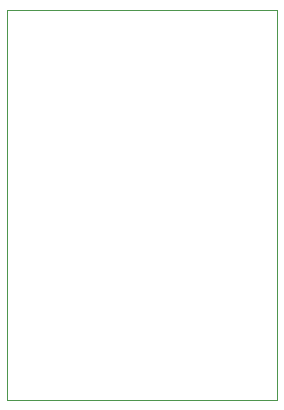
<source format=gbr>
G04 #@! TF.GenerationSoftware,KiCad,Pcbnew,5.1.5*
G04 #@! TF.CreationDate,2020-02-15T20:36:58-05:00*
G04 #@! TF.ProjectId,mx,6d782e6b-6963-4616-945f-706362585858,B*
G04 #@! TF.SameCoordinates,Original*
G04 #@! TF.FileFunction,Profile,NP*
%FSLAX46Y46*%
G04 Gerber Fmt 4.6, Leading zero omitted, Abs format (unit mm)*
G04 Created by KiCad (PCBNEW 5.1.5) date 2020-02-15 20:36:58*
%MOMM*%
%LPD*%
G04 APERTURE LIST*
%ADD10C,0.050000*%
G04 APERTURE END LIST*
D10*
X123190000Y-135890000D02*
X123190000Y-102870000D01*
X146050000Y-135890000D02*
X123190000Y-135890000D01*
X146050000Y-102870000D02*
X146050000Y-135890000D01*
X123190000Y-102870000D02*
X146050000Y-102870000D01*
M02*

</source>
